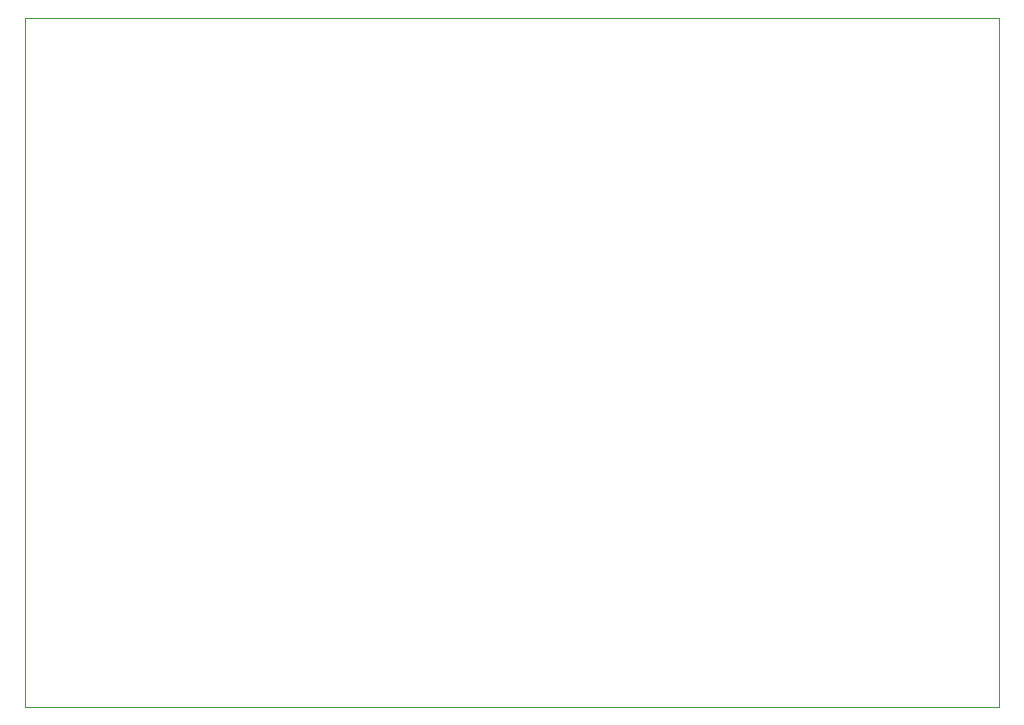
<source format=gbr>
G04 #@! TF.GenerationSoftware,KiCad,Pcbnew,(5.1.9)-1*
G04 #@! TF.CreationDate,2023-05-10T22:08:07+02:00*
G04 #@! TF.ProjectId,repeater,72657065-6174-4657-922e-6b696361645f,1*
G04 #@! TF.SameCoordinates,Original*
G04 #@! TF.FileFunction,Profile,NP*
%FSLAX46Y46*%
G04 Gerber Fmt 4.6, Leading zero omitted, Abs format (unit mm)*
G04 Created by KiCad (PCBNEW (5.1.9)-1) date 2023-05-10 22:08:07*
%MOMM*%
%LPD*%
G01*
G04 APERTURE LIST*
G04 #@! TA.AperFunction,Profile*
%ADD10C,0.100000*%
G04 #@! TD*
G04 APERTURE END LIST*
D10*
X142240000Y-53340000D02*
X142240000Y-111760000D01*
X59690000Y-53340000D02*
X142240000Y-53340000D01*
X59690000Y-111760000D02*
X59690000Y-53340000D01*
X142240000Y-111760000D02*
X59690000Y-111760000D01*
M02*

</source>
